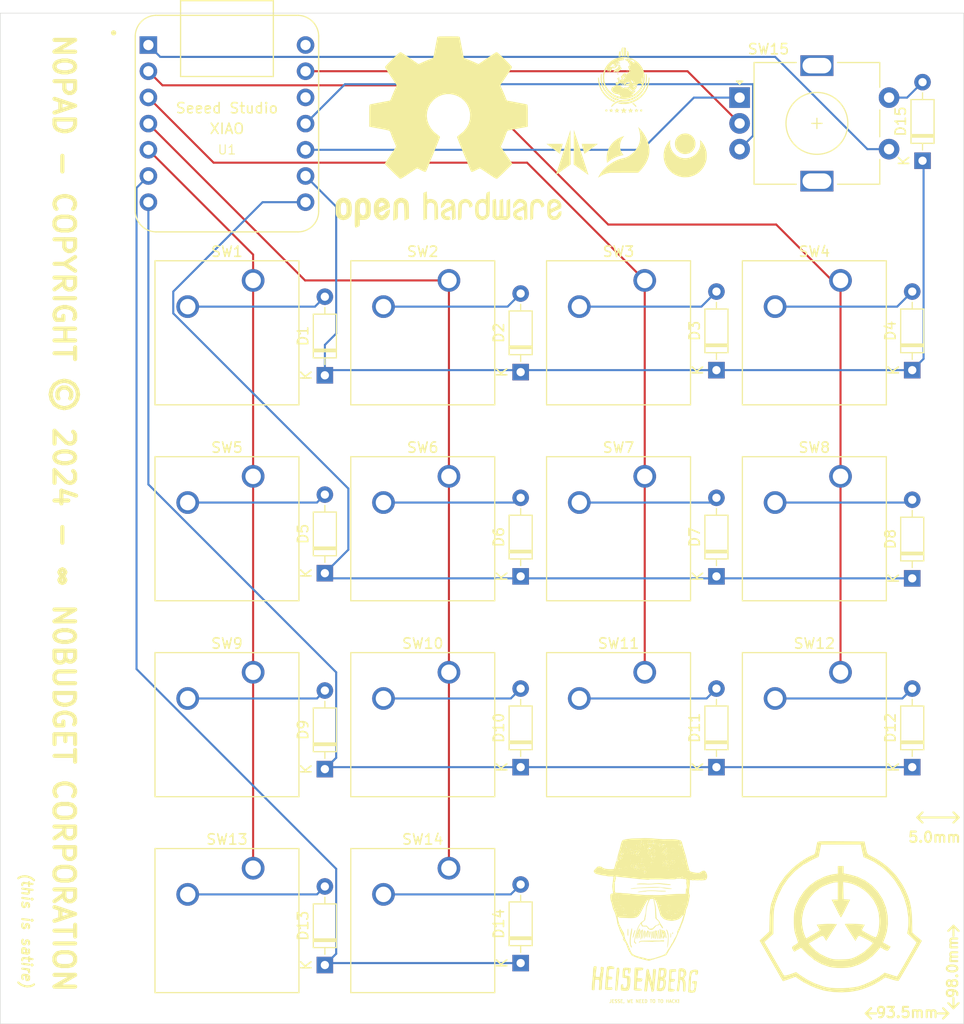
<source format=kicad_pcb>
(kicad_pcb (version 20240108) (generator "pcbnew") (generator_version "8.0")
  (layers (0 "F.Cu" signal) (31 "B.Cu" signal) (34 "B.Paste" user) (35 "F.Paste" user) (36 "B.SilkS" user "B.Silkscreen") (37 "F.SilkS" user "F.Silkscreen") (38 "B.Mask" user) (39 "F.Mask" user) (44 "Edge.Cuts" user))
  (net 0 "")
  (net 1 "ROW0")
  (net 2 "Net-(D1-A)")
  (net 3 "Net-(D2-A)")
  (net 4 "Net-(D3-A)")
  (net 5 "Net-(D4-A)")
  (net 6 "ROW1")
  (net 7 "Net-(D5-A)")
  (net 8 "Net-(D6-A)")
  (net 9 "Net-(D7-A)")
  (net 10 "Net-(D8-A)")
  (net 11 "Net-(D9-A)")
  (net 12 "ROW2")
  (net 13 "Net-(D10-A)")
  (net 14 "Net-(D11-A)")
  (net 15 "Net-(D12-A)")
  (net 16 "ROW3")
  (net 17 "Net-(D13-A)")
  (net 18 "Net-(D14-A)")
  (net 19 "EC11SWA")
  (net 20 "COLUMN0")
  (net 21 "COLUMN1")
  (net 22 "COLUMN2")
  (net 23 "COLUMN3")
  (net 24 "GND")
  (net 25 "EC11A")
  (net 26 "EC11B")
  (net 27 "COLUMN4")
  (footprint "assets:automatons" (layer "F.Cu") (at 158.5 57)
    (property "Reference" "G***" (hide yes))
    (property "Value" "LOGO" (hide yes))
  )
  (footprint "Button_Switch_Keyboard:SW_Cherry_MX_1.00u_PCB" (layer "F.Cu") (at 146.54 126.42)
    (property "Reference" "SW14" (at -2.54 -2.794 0) (layer "F.SilkS"))
    (property "Value" "SW_Push_45deg")
    (pad "" np_thru_hole circle (at -7.62 5.08) (size 1.7 1.7) (drill 1.7) (layers "*.Cu" "*.Mask"))
    (pad "" np_thru_hole circle (at -2.54 5.08) (size 4 4) (drill 4) (layers "*.Cu" "*.Mask"))
    (pad "" np_thru_hole circle (at 2.54 5.08) (size 1.7 1.7) (drill 1.7) (layers "*.Cu" "*.Mask"))
    (pad "1" thru_hole circle (at 0 0) (size 2.2 2.2) (drill 1.5) (layers "*.Cu" "*.Mask") (net 21 "COLUMN1"))
    (pad "2" thru_hole circle (at -6.35 2.54) (size 2.2 2.2) (drill 1.5) (layers "*.Cu" "*.Mask") (net 18 "Net-(D14-A)"))
  )
  (footprint "Diode_THT:D_DO-35_SOD27_P7.62mm_Horizontal" (layer "F.Cu") (at 153.5 135.62 90)
    (property "Reference" "D14" (at 3.81 -2.12 90) (layer "F.SilkS"))
    (property "Value" "D")
    (fp_text user "K" (at 0 -1.8 90) (layer "F.SilkS"))
    (pad "1" thru_hole rect (at 0 0 90) (size 1.6 1.6) (drill 0.8) (layers "*.Cu" "*.Mask") (net 16 "ROW3"))
    (pad "2" thru_hole oval (at 7.62 0 90) (size 1.6 1.6) (drill 0.8) (layers "*.Cu" "*.Mask") (net 18 "Net-(D14-A)"))
  )
  (footprint "Button_Switch_Keyboard:SW_Cherry_MX_1.00u_PCB" (layer "F.Cu") (at 127.54 88.42)
    (property "Reference" "SW5" (at -2.54 -2.794 0) (layer "F.SilkS"))
    (property "Value" "SW_Push_45deg")
    (pad "" np_thru_hole circle (at -7.62 5.08) (size 1.7 1.7) (drill 1.7) (layers "*.Cu" "*.Mask"))
    (pad "" np_thru_hole circle (at -2.54 5.08) (size 4 4) (drill 4) (layers "*.Cu" "*.Mask"))
    (pad "" np_thru_hole circle (at 2.54 5.08) (size 1.7 1.7) (drill 1.7) (layers "*.Cu" "*.Mask"))
    (pad "1" thru_hole circle (at 0 0) (size 2.2 2.2) (drill 1.5) (layers "*.Cu" "*.Mask") (net 20 "COLUMN0"))
    (pad "2" thru_hole circle (at -6.35 2.54) (size 2.2 2.2) (drill 1.5) (layers "*.Cu" "*.Mask") (net 7 "Net-(D5-A)"))
  )
  (footprint "Diode_THT:D_DO-35_SOD27_P7.62mm_Horizontal" (layer "F.Cu") (at 172.5 98.12 90)
    (property "Reference" "D7" (at 3.81 -2.12 90) (layer "F.SilkS"))
    (property "Value" "D")
    (fp_text user "K" (at 0 -1.8 90) (layer "F.SilkS"))
    (pad "1" thru_hole rect (at 0 0 90) (size 1.6 1.6) (drill 0.8) (layers "*.Cu" "*.Mask") (net 6 "ROW1"))
    (pad "2" thru_hole oval (at 7.62 0 90) (size 1.6 1.6) (drill 0.8) (layers "*.Cu" "*.Mask") (net 9 "Net-(D7-A)"))
  )
  (footprint "Diode_THT:D_DO-35_SOD27_P7.62mm_Horizontal" (layer "F.Cu") (at 153.5 78.31 90)
    (property "Reference" "D2" (at 3.81 -2.12 90) (layer "F.SilkS"))
    (property "Value" "D")
    (fp_text user "K" (at 0 -1.8 90) (layer "F.SilkS"))
    (pad "1" thru_hole rect (at 0 0 90) (size 1.6 1.6) (drill 0.8) (layers "*.Cu" "*.Mask") (net 1 "ROW0"))
    (pad "2" thru_hole oval (at 7.62 0 90) (size 1.6 1.6) (drill 0.8) (layers "*.Cu" "*.Mask") (net 3 "Net-(D2-A)"))
  )
  (footprint "Diode_THT:D_DO-35_SOD27_P7.62mm_Horizontal" (layer "F.Cu") (at 153.5 116.62 90)
    (property "Reference" "D10" (at 3.81 -2.12 90) (layer "F.SilkS"))
    (property "Value" "D")
    (fp_text user "K" (at 0 -1.8 90) (layer "F.SilkS"))
    (pad "1" thru_hole rect (at 0 0 90) (size 1.6 1.6) (drill 0.8) (layers "*.Cu" "*.Mask") (net 12 "ROW2"))
    (pad "2" thru_hole oval (at 7.62 0 90) (size 1.6 1.6) (drill 0.8) (layers "*.Cu" "*.Mask") (net 13 "Net-(D10-A)"))
  )
  (footprint "Button_Switch_Keyboard:SW_Cherry_MX_1.00u_PCB" (layer "F.Cu") (at 165.54 107.42)
    (property "Reference" "SW11" (at -2.54 -2.794 0) (layer "F.SilkS"))
    (property "Value" "SW_Push_45deg")
    (pad "" np_thru_hole circle (at -7.62 5.08) (size 1.7 1.7) (drill 1.7) (layers "*.Cu" "*.Mask"))
    (pad "" np_thru_hole circle (at -2.54 5.08) (size 4 4) (drill 4) (layers "*.Cu" "*.Mask"))
    (pad "" np_thru_hole circle (at 2.54 5.08) (size 1.7 1.7) (drill 1.7) (layers "*.Cu" "*.Mask"))
    (pad "1" thru_hole circle (at 0 0) (size 2.2 2.2) (drill 1.5) (layers "*.Cu" "*.Mask") (net 22 "COLUMN2"))
    (pad "2" thru_hole circle (at -6.35 2.54) (size 2.2 2.2) (drill 1.5) (layers "*.Cu" "*.Mask") (net 14 "Net-(D11-A)"))
  )
  (footprint "Button_Switch_Keyboard:SW_Cherry_MX_1.00u_PCB" (layer "F.Cu") (at 127.54 69.42)
    (property "Reference" "SW1" (at -2.54 -2.794 0) (layer "F.SilkS"))
    (property "Value" "SW_Push_45deg")
    (pad "" np_thru_hole circle (at -7.62 5.08) (size 1.7 1.7) (drill 1.7) (layers "*.Cu" "*.Mask"))
    (pad "" np_thru_hole circle (at -2.54 5.08) (size 4 4) (drill 4) (layers "*.Cu" "*.Mask"))
    (pad "" np_thru_hole circle (at 2.54 5.08) (size 1.7 1.7) (drill 1.7) (layers "*.Cu" "*.Mask"))
    (pad "1" thru_hole circle (at 0 0) (size 2.2 2.2) (drill 1.5) (layers "*.Cu" "*.Mask") (net 20 "COLUMN0"))
    (pad "2" thru_hole circle (at -6.35 2.54) (size 2.2 2.2) (drill 1.5) (layers "*.Cu" "*.Mask") (net 2 "Net-(D1-A)"))
  )
  (footprint "Diode_THT:D_DO-35_SOD27_P7.62mm_Horizontal" (layer "F.Cu") (at 172.5 116.62 90)
    (property "Reference" "D11" (at 3.81 -2.12 90) (layer "F.SilkS"))
    (property "Value" "D")
    (fp_text user "K" (at 0 -1.8 90) (layer "F.SilkS"))
    (pad "1" thru_hole rect (at 0 0 90) (size 1.6 1.6) (drill 0.8) (layers "*.Cu" "*.Mask") (net 12 "ROW2"))
    (pad "2" thru_hole oval (at 7.62 0 90) (size 1.6 1.6) (drill 0.8) (layers "*.Cu" "*.Mask") (net 14 "Net-(D11-A)"))
  )
  (footprint "assets:heisenberg-15mm" (layer "F.Cu") (at 166 131)
    (property "Reference" "G***" (hide yes))
    (property "Value" "LOGO" (hide yes))
  )
  (footprint "Button_Switch_Keyboard:SW_Cherry_MX_1.00u_PCB" (layer "F.Cu") (at 165.54 88.42)
    (property "Reference" "SW7" (at -2.54 -2.794 0) (layer "F.SilkS"))
    (property "Value" "SW_Push_45deg")
    (pad "" np_thru_hole circle (at -7.62 5.08) (size 1.7 1.7) (drill 1.7) (layers "*.Cu" "*.Mask"))
    (pad "" np_thru_hole circle (at -2.54 5.08) (size 4 4) (drill 4) (layers "*.Cu" "*.Mask"))
    (pad "" np_thru_hole circle (at 2.54 5.08) (size 1.7 1.7) (drill 1.7) (layers "*.Cu" "*.Mask"))
    (pad "1" thru_hole circle (at 0 0) (size 2.2 2.2) (drill 1.5) (layers "*.Cu" "*.Mask") (net 22 "COLUMN2"))
    (pad "2" thru_hole circle (at -6.35 2.54) (size 2.2 2.2) (drill 1.5) (layers "*.Cu" "*.Mask") (net 9 "Net-(D7-A)"))
  )
  (footprint "Diode_THT:D_DO-35_SOD27_P7.62mm_Horizontal" (layer "F.Cu") (at 191.5 98.31 90)
    (property "Reference" "D8" (at 3.81 -2.12 90) (layer "F.SilkS"))
    (property "Value" "D")
    (fp_text user "K" (at 0 -1.8 90) (layer "F.SilkS"))
    (pad "1" thru_hole rect (at 0 0 90) (size 1.6 1.6) (drill 0.8) (layers "*.Cu" "*.Mask") (net 6 "ROW1"))
    (pad "2" thru_hole oval (at 7.62 0 90) (size 1.6 1.6) (drill 0.8) (layers "*.Cu" "*.Mask") (net 10 "Net-(D8-A)"))
  )
  (footprint "Diode_THT:D_DO-35_SOD27_P7.62mm_Horizontal" (layer "F.Cu") (at 134.5 135.81 90)
    (property "Reference" "D13" (at 3.81 -2.12 90) (layer "F.SilkS"))
    (property "Value" "D")
    (fp_text user "K" (at 0 -1.8 90) (layer "F.SilkS"))
    (pad "1" thru_hole rect (at 0 0 90) (size 1.6 1.6) (drill 0.8) (layers "*.Cu" "*.Mask") (net 16 "ROW3"))
    (pad "2" thru_hole oval (at 7.62 0 90) (size 1.6 1.6) (drill 0.8) (layers "*.Cu" "*.Mask") (net 17 "Net-(D13-A)"))
  )
  (footprint "Seeed Studio XIAO Series Library:XIAO-Generic-Thruhole-14P-2.54-21X17.8MM" (layer "F.Cu") (at 125 54.212015)
    (property "Reference" "U1" (at 0 2.54 0) (layer "F.SilkS") (effects (font (size 0.889 0.889) (thickness 0.1016))))
    (property "Value" "Seeed Studio XIAO RP2040" (hide yes))
    (fp_text user "XIAO" (at 0 0.5 0) (layer "F.SilkS"))
    (fp_text user "Seeed Studio" (at 0 -1.5 0) (layer "F.SilkS"))
    (pad "1" thru_hole rect (at -7.625 -7.62) (size 1.7 1.7) (drill 1) (layers "*.Cu" "*.Mask") (net 27 "COLUMN4"))
    (pad "2" thru_hole circle (at -7.625 -5.08) (size 1.7 1.7) (drill 1) (layers "*.Cu" "*.Mask") (net 23 "COLUMN3"))
    (pad "3" thru_hole circle (at -7.625 -2.54) (size 1.7 1.7) (drill 1) (layers "*.Cu" "*.Mask") (net 22 "COLUMN2"))
    (pad "4" thru_hole circle (at -7.625 0) (size 1.7 1.7) (drill 1) (layers "*.Cu" "*.Mask") (net 21 "COLUMN1"))
    (pad "5" thru_hole circle (at -7.625 2.54) (size 1.7 1.7) (drill 1) (layers "*.Cu" "*.Mask") (net 20 "COLUMN0"))
    (pad "6" thru_hole circle (at -7.625 5.08 180) (size 1.7 1.7) (drill 1) (layers "*.Cu" "*.Mask") (net 16 "ROW3"))
    (pad "7" thru_hole circle (at -7.625 7.62) (size 1.7 1.7) (drill 1) (layers "*.Cu" "*.Mask") (net 12 "ROW2"))
    (pad "8" thru_hole circle (at 7.625 7.62) (size 1.7 1.7) (drill 1) (layers "*.Cu" "*.Mask") (net 6 "ROW1"))
    (pad "9" thru_hole circle (at 7.625 5.08) (size 1.7 1.7) (drill 1) (layers "*.Cu" "*.Mask") (net 1 "ROW0"))
    (pad "10" thru_hole circle (at 7.625 2.54) (size 1.7 1.7) (drill 1) (layers "*.Cu" "*.Mask") (net 25 "EC11A"))
    (pad "11" thru_hole circle (at 7.625 0) (size 1.7 1.7) (drill 1) (layers "*.Cu" "*.Mask") (net 26 "EC11B"))
    (pad "12" thru_hole circle (at 7.625 -2.54) (size 1.7 1.7) (drill 1) (layers "*.Cu" "*.Mask"))
    (pad "13" thru_hole circle (at 7.625 -5.08) (size 1.7 1.7) (drill 1) (layers "*.Cu" "*.Mask") (net 24 "GND"))
    (pad "14" thru_hole circle (at 7.625 -7.62) (size 1.7 1.7) (drill 1) (layers "*.Cu" "*.Mask"))
  )
  (footprint "Diode_THT:D_DO-35_SOD27_P7.62mm_Horizontal" (layer "F.Cu") (at 192.5 57.81 90)
    (property "Reference" "D15" (at 3.81 -2.12 90) (layer "F.SilkS"))
    (property "Value" "D")
    (fp_text user "K" (at 0 -1.8 90) (layer "F.SilkS"))
    (pad "1" thru_hole rect (at 0 0 90) (size 1.6 1.6) (drill 0.8) (layers "*.Cu" "*.Mask") (net 1 "ROW0"))
    (pad "2" thru_hole oval (at 7.62 0 90) (size 1.6 1.6) (drill 0.8) (layers "*.Cu" "*.Mask") (net 19 "EC11SWA"))
  )
  (footprint "Diode_THT:D_DO-35_SOD27_P7.62mm_Horizontal" (layer "F.Cu") (at 153.5 98.12 90)
    (property "Reference" "D6" (at 3.81 -2.12 90) (layer "F.SilkS"))
    (property "Value" "D")
    (fp_text user "K" (at 0 -1.8 90) (layer "F.SilkS"))
    (pad "1" thru_hole rect (at 0 0 90) (size 1.6 1.6) (drill 0.8) (layers "*.Cu" "*.Mask") (net 6 "ROW1"))
    (pad "2" thru_hole oval (at 7.62 0 90) (size 1.6 1.6) (drill 0.8) (layers "*.Cu" "*.Mask") (net 8 "Net-(D6-A)"))
  )
  (footprint "Button_Switch_Keyboard:SW_Cherry_MX_1.00u_PCB" (layer "F.Cu") (at 127.54 126.42)
    (property "Reference" "SW13" (at -2.54 -2.794 0) (layer "F.SilkS"))
    (property "Value" "SW_Push_45deg")
    (pad "" np_thru_hole circle (at -7.62 5.08) (size 1.7 1.7) (drill 1.7) (layers "*.Cu" "*.Mask"))
    (pad "" np_thru_hole circle (at -2.54 5.08) (size 4 4) (drill 4) (layers "*.Cu" "*.Mask"))
    (pad "" np_thru_hole circle (at 2.54 5.08) (size 1.7 1.7) (drill 1.7) (layers "*.Cu" "*.Mask"))
    (pad "1" thru_hole circle (at 0 0) (size 2.2 2.2) (drill 1.5) (layers "*.Cu" "*.Mask") (net 20 "COLUMN0"))
    (pad "2" thru_hole circle (at -6.35 2.54) (size 2.2 2.2) (drill 1.5) (layers "*.Cu" "*.Mask") (net 17 "Net-(D13-A)"))
  )
  (footprint "assets:illuminate" (layer "F.Cu") (at 169.5 57.5)
    (property "Reference" "G***" (hide yes))
    (property "Value" "LOGO" (hide yes))
  )
  (footprint "Button_Switch_Keyboard:SW_Cherry_MX_1.00u_PCB" (layer "F.Cu") (at 184.54 88.42)
    (property "Reference" "SW8" (at -2.54 -2.794 0) (layer "F.SilkS"))
    (property "Value" "SW_Push_45deg")
    (pad "" np_thru_hole circle (at -7.62 5.08) (size 1.7 1.7) (drill 1.7) (layers "*.Cu" "*.Mask"))
    (pad "" np_thru_hole circle (at -2.54 5.08) (size 4 4) (drill 4) (layers "*.Cu" "*.Mask"))
    (pad "" np_thru_hole circle (at 2.54 5.08) (size 1.7 1.7) (drill 1.7) (layers "*.Cu" "*.Mask"))
    (pad "1" thru_hole circle (at 0 0) (size 2.2 2.2) (drill 1.5) (layers "*.Cu" "*.Mask") (net 23 "COLUMN3"))
    (pad "2" thru_hole circle (at -6.35 2.54) (size 2.2 2.2) (drill 1.5) (layers "*.Cu" "*.Mask") (net 10 "Net-(D8-A)"))
  )
  (footprint "Button_Switch_Keyboard:SW_Cherry_MX_1.00u_PCB" (layer "F.Cu") (at 127.54 107.42)
    (property "Reference" "SW9" (at -2.54 -2.794 0) (layer "F.SilkS"))
    (property "Value" "SW_Push_45deg")
    (pad "" np_thru_hole circle (at -7.62 5.08) (size 1.7 1.7) (drill 1.7) (layers "*.Cu" "*.Mask"))
    (pad "" np_thru_hole circle (at -2.54 5.08) (size 4 4) (drill 4) (layers "*.Cu" "*.Mask"))
    (pad "" np_thru_hole circle (at 2.54 5.08) (size 1.7 1.7) (drill 1.7) (layers "*.Cu" "*.Mask"))
    (pad "1" thru_hole circle (at 0 0) (size 2.2 2.2) (drill 1.5) (layers "*.Cu" "*.Mask") (net 20 "COLUMN0"))
    (pad "2" thru_hole circle (at -6.35 2.54) (size 2.2 2.2) (drill 1.5) (layers "*.Cu" "*.Mask") (net 11 "Net-(D9-A)"))
  )
  (footprint "Diode_THT:D_DO-35_SOD27_P7.62mm_Horizontal" (layer "F.Cu") (at 134.5 78.62 90)
    (property "Reference" "D1" (at 3.81 -2.12 90) (layer "F.SilkS"))
    (property "Value" "D")
    (fp_text user "K" (at 0 -1.8 90) (layer "F.SilkS"))
    (pad "1" thru_hole rect (at 0 0 90) (size 1.6 1.6) (drill 0.8) (layers "*.Cu" "*.Mask") (net 1 "ROW0"))
    (pad "2" thru_hole oval (at 7.62 0 90) (size 1.6 1.6) (drill 0.8) (layers "*.Cu" "*.Mask") (net 2 "Net-(D1-A)"))
  )
  (footprint "Button_Switch_Keyboard:SW_Cherry_MX_1.00u_PCB" (layer "F.Cu") (at 146.54 88.42)
    (property "Reference" "SW6" (at -2.54 -2.794 0) (layer "F.SilkS"))
    (property "Value" "SW_Push_45deg")
    (pad "" np_thru_hole circle (at -7.62 5.08) (size 1.7 1.7) (drill 1.7) (layers "*.Cu" "*.Mask"))
    (pad "" np_thru_hole circle (at -2.54 5.08) (size 4 4) (drill 4) (layers "*.Cu" "*.Mask"))
    (pad "" np_thru_hole circle (at 2.54 5.08) (size 1.7 1.7) (drill 1.7) (layers "*.Cu" "*.Mask"))
    (pad "1" thru_hole circle (at 0 0) (size 2.2 2.2) (drill 1.5) (layers "*.Cu" "*.Mask") (net 21 "COLUMN1"))
    (pad "2" thru_hole circle (at -6.35 2.54) (size 2.2 2.2) (drill 1.5) (layers "*.Cu" "*.Mask") (net 8 "Net-(D6-A)"))
  )
  (footprint "assets:scp" (layer "F.Cu") (at 184.5 131.5)
    (property "Reference" "G***" (hide yes))
    (property "Value" "LOGO" (hide yes))
  )
  (footprint "Diode_THT:D_DO-35_SOD27_P7.62mm_Horizontal" (layer "F.Cu") (at 172.5 78.12 90)
    (property "Reference" "D3" (at 3.81 -2.12 90) (layer "F.SilkS"))
    (property "Value" "D")
    (fp_text user "K" (at 0 -1.8 90) (layer "F.SilkS"))
    (pad "1" thru_hole rect (at 0 0 90) (size 1.6 1.6) (drill 0.8) (layers "*.Cu" "*.Mask") (net 1 "ROW0"))
    (pad "2" thru_hole oval (at 7.62 0 90) (size 1.6 1.6) (drill 0.8) (layers "*.Cu" "*.Mask") (net 4 "Net-(D3-A)"))
  )
  (footprint "Button_Switch_Keyboard:SW_Cherry_MX_1.00u_PCB" (layer "F.Cu") (at 165.54 69.42)
    (property "Reference" "SW3" (at -2.54 -2.794 0) (layer "F.SilkS"))
    (property "Value" "SW_Push_45deg")
    (pad "" np_thru_hole circle (at -7.62 5.08) (size 1.7 1.7) (drill 1.7) (layers "*.Cu" "*.Mask"))
    (pad "" np_thru_hole circle (at -2.54 5.08) (size 4 4) (drill 4) (layers "*.Cu" "*.Mask"))
    (pad "" np_thru_hole circle (at 2.54 5.08) (size 1.7 1.7) (drill 1.7) (layers "*.Cu" "*.Mask"))
    (pad "1" thru_hole circle (at 0 0) (size 2.2 2.2) (drill 1.5) (layers "*.Cu" "*.Mask") (net 22 "COLUMN2"))
    (pad "2" thru_hole circle (at -6.35 2.54) (size 2.2 2.2) (drill 1.5) (layers "*.Cu" "*.Mask") (net 4 "Net-(D3-A)"))
  )
  (footprint "assets:super-earth" (layer "F.Cu") (at 163.5 50)
    (property "Reference" "G***" (hide yes))
    (property "Value" "LOGO" (hide yes))
  )
  (footprint "Button_Switch_Keyboard:SW_Cherry_MX_1.00u_PCB" (layer "F.Cu") (at 184.54 107.42)
    (property "Reference" "SW12" (at -2.54 -2.794 0) (layer "F.SilkS"))
    (property "Value" "SW_Push_45deg")
    (pad "" np_thru_hole circle (at -7.62 5.08) (size 1.7 1.7) (drill 1.7) (layers "*.Cu" "*.Mask"))
    (pad "" np_thru_hole circle (at -2.54 5.08) (size 4 4) (drill 4) (layers "*.Cu" "*.Mask"))
    (pad "" np_thru_hole circle (at 2.54 5.08) (size 1.7 1.7) (drill 1.7) (layers "*.Cu" "*.Mask"))
    (pad "1" thru_hole circle (at 0 0) (size 2.2 2.2) (drill 1.5) (layers "*.Cu" "*.Mask") (net 23 "COLUMN3"))
    (pad "2" thru_hole circle (at -6.35 2.54) (size 2.2 2.2) (drill 1.5) (layers "*.Cu" "*.Mask") (net 15 "Net-(D12-A)"))
  )
  (footprint "Diode_THT:D_DO-35_SOD27_P7.62mm_Horizontal" (layer "F.Cu") (at 191.5 116.62 90)
    (property "Reference" "D12" (at 3.81 -2.12 90) (layer "F.SilkS"))
    (property "Value" "D")
    (fp_text user "K" (at 0 -1.8 90) (layer "F.SilkS"))
    (pad "1" thru_hole rect (at 0 0 90) (size 1.6 1.6) (drill 0.8) (layers "*.Cu" "*.Mask") (net 12 "ROW2"))
    (pad "2" thru_hole oval (at 7.62 0 90) (size 1.6 1.6) (drill 0.8) (layers "*.Cu" "*.Mask") (net 15 "Net-(D12-A)"))
  )
  (footprint "Diode_THT:D_DO-35_SOD27_P7.62mm_Horizontal" (layer "F.Cu") (at 134.5 97.81 90)
    (property "Reference" "D5" (at 3.81 -2.12 90) (layer "F.SilkS"))
    (property "Value" "D")
    (fp_text user "K" (at 0 -1.8 90) (layer "F.SilkS"))
    (pad "1" thru_hole rect (at 0 0 90) (size 1.6 1.6) (drill 0.8) (layers "*.Cu" "*.Mask") (net 6 "ROW1"))
    (pad "2" thru_hole oval (at 7.62 0 90) (size 1.6 1.6) (drill 0.8) (layers "*.Cu" "*.Mask") (net 7 "Net-(D5-A)"))
  )
  (footprint "Symbol:OSHW-Logo2_24.3x20mm_SilkScreen" (layer "F.Cu") (at 146.5 55)
    (property "Reference" "REF**" (hide yes))
    (property "Value" "OSHW-Logo2_24.3x20mm_SilkScreen" (hide yes))
  )
  (footprint "assets:terminids" (layer "F.Cu") (at 163.5 57)
    (property "Reference" "G***" (hide yes))
    (property "Value" "LOGO" (hide yes))
  )
  (footprint "Rotary_Encoder:RotaryEncoder_Alps_EC11E-Switch_Vertical_H20mm" (layer "F.Cu") (at 174.75 51.69)
    (property "Reference" "SW15" (at 2.8 -4.7 0) (layer "F.SilkS"))
    (property "Value" "RotaryEncoder_Switch")
    (pad "A" thru_hole rect (at 0 0) (size 2 2) (drill 1) (layers "*.Cu" "*.Mask") (net 25 "EC11A"))
    (pad "B" thru_hole circle (at 0 5) (size 2 2) (drill 1) (layers "*.Cu" "*.Mask") (net 26 "EC11B"))
    (pad "C" thru_hole circle (at 0 2.5) (size 2 2) (drill 1) (layers "*.Cu" "*.Mask") (net 24 "GND"))
    (pad "MP" thru_hole rect (at 7.5 -3.1) (size 3.2 2) (drill oval 2.8 1.5) (layers "*.Cu" "*.Mask"))
    (pad "MP" thru_hole rect (at 7.5 8.1) (size 3.2 2) (drill oval 2.8 1.5) (layers "*.Cu" "*.Mask"))
    (pad "S1" thru_hole circle (at 14.5 5) (size 2 2) (drill 1) (layers "*.Cu" "*.Mask") (net 27 "COLUMN4"))
    (pad "S2" thru_hole circle (at 14.5 0) (size 2 2) (drill 1) (layers "*.Cu" "*.Mask") (net 19 "EC11SWA"))
  )
  (footprint "Button_Switch_Keyboard:SW_Cherry_MX_1.00u_PCB" (layer "F.Cu") (at 146.54 107.42)
    (property "Reference" "SW10" (at -2.54 -2.794 0) (layer "F.SilkS"))
    (property "Value" "SW_Push_45deg")
    (pad "" np_thru_hole circle (at -7.62 5.08) (size 1.7 1.7) (drill 1.7) (layers "*.Cu" "*.Mask"))
    (pad "" np_thru_hole circle (at -2.54 5.08) (size 4 4) (drill 4) (layers "*.Cu" "*.Mask"))
    (pad "" np_thru_hole circle (at 2.54 5.08) (size 1.7 1.7) (drill 1.7) (layers "*.Cu" "*.Mask"))
    (pad "1" thru_hole circle (at 0 0) (size 2.2 2.2) (drill 1.5) (layers "*.Cu" "*.Mask") (net 21 "COLUMN1"))
    (pad "2" thru_hole circle (at -6.35 2.54) (size 2.2 2.2) (drill 1.5) (layers "*.Cu" "*.Mask") (net 13 "Net-(D10-A)"))
  )
  (footprint "Button_Switch_Keyboard:SW_Cherry_MX_1.00u_PCB" (layer "F.Cu") (at 184.54 69.42)
    (property "Reference" "SW4" (at -2.54 -2.794 0) (layer "F.SilkS"))
    (property "Value" "SW_Push_45deg")
    (pad "" np_thru_hole circle (at -7.62 5.08) (size 1.7 1.7) (drill 1.7) (layers "*.Cu" "*.Mask"))
    (pad "" np_thru_hole circle (at -2.54 5.08) (size 4 4) (drill 4) (layers "*.Cu" "*.Mask"))
    (pad "" np_thru_hole circle (at 2.54 5.08) (size 1.7 1.7) (drill 1.7) (layers "*.Cu" "*.Mask"))
    (pad "1" thru_hole circle (at 0 0) (size 2.2 2.2) (drill 1.5) (layers "*.Cu" "*.Mask") (net 23 "COLUMN3"))
    (pad "2" thru_hole circle (at -6.35 2.54) (size 2.2 2.2) (drill 1.5) (layers "*.Cu" "*.Mask") (net 5 "Net-(D4-A)"))
  )
  (footprint "Button_Switch_Keyboard:SW_Cherry_MX_1.00u_PCB" (layer "F.Cu") (at 146.54 69.42)
    (property "Reference" "SW2" (at -2.54 -2.794 0) (layer "F.SilkS"))
    (property "Value" "SW_Push_45deg")
    (pad "" np_thru_hole circle (at -7.62 5.08) (size 1.7 1.7) (drill 1.7) (layers "*.Cu" "*.Mask"))
    (pad "" np_thru_hole circle (at -2.54 5.08) (size 4 4) (drill 4) (layers "*.Cu" "*.Mask"))
    (pad "" np_thru_hole circle (at 2.54 5.08) (size 1.7 1.7) (drill 1.7) (layers "*.Cu" "*.Mask"))
    (pad "1" thru_hole circle (at 0 0) (size 2.2 2.2) (drill 1.5) (layers "*.Cu" "*.Mask") (net 21 "COLUMN1"))
    (pad "2" thru_hole circle (at -6.35 2.54) (size 2.2 2.2) (drill 1.5) (layers "*.Cu" "*.Mask") (net 3 "Net-(D2-A)"))
  )
  (footprint "Diode_THT:D_DO-35_SOD27_P7.62mm_Horizontal" (layer "F.Cu") (at 134.5 116.81 90)
    (property "Reference" "D9" (at 3.81 -2.12 90) (layer "F.SilkS"))
    (property "Value" "D")
    (fp_text user "K" (at 0 -1.8 90) (layer "F.SilkS"))
    (pad "1" thru_hole rect (at 0 0 90) (size 1.6 1.6) (drill 0.8) (layers "*.Cu" "*.Mask") (net 12 "ROW2"))
    (pad "2" thru_hole oval (at 7.62 0 90) (size 1.6 1.6) (drill 0.8) (layers "*.Cu" "*.Mask") (net 11 "Net-(D9-A)"))
  )
  (footprint "Diode_THT:D_DO-35_SOD27_P7.62mm_Horizontal" (layer "F.Cu") (at 191.5 78.12 90)
    (property "Reference" "D4" (at 3.81 -2.12 90) (layer "F.SilkS"))
    (property "Value" "D")
    (fp_text user "K" (at 0 -1.8 90) (layer "F.SilkS"))
    (pad "1" thru_hole rect (at 0 0 90) (size 1.6 1.6) (drill 0.8) (layers "*.Cu" "*.Mask") (net 1 "ROW0"))
    (pad "2" thru_hole oval (at 7.62 0 90) (size 1.6 1.6) (drill 0.8) (layers "*.Cu" "*.Mask") (net 5 "Net-(D4-A)"))
  )
  (gr_line (start 195.5 132) (end 195 132.5) (stroke (width 0.2)) (layer "F.SilkS"))
  (gr_line (start 192 121.5) (end 192.5 121) (stroke (width 0.2)) (layer "F.SilkS"))
  (gr_line (start 195.5 139) (end 195.5 140) (stroke (width 0.2)) (layer "F.SilkS"))
  (gr_line (start 195 140.5) (end 194.5 140) (stroke (width 0.2)) (layer "F.SilkS"))
  (gr_line (start 187 140.5) (end 187.5 140) (stroke (width 0.2)) (layer "F.SilkS"))
  (gr_line (start 195.5 140) (end 195 139.5) (stroke (width 0.2)) (layer "F.SilkS"))
  (gr_line (start 194 140.5) (end 195 140.5) (stroke (width 0.2)) (layer "F.SilkS"))
  (gr_line (start 188 140.5) (end 187 140.5) (stroke (width 0.2)) (layer "F.SilkS"))
  (gr_line (start 187 140.5) (end 187.5 141) (stroke (width 0.2)) (layer "F.SilkS"))
  (gr_line (start 196 121.5) (end 195.5 121) (stroke (width 0.2)) (layer "F.SilkS"))
  (gr_line (start 195 140.5) (end 194.5 141) (stroke (width 0.2)) (layer "F.SilkS"))
  (gr_line (start 192 121.5) (end 192.5 122) (stroke (width 0.2)) (layer "F.SilkS"))
  (gr_line (start 195.5 140) (end 196 139.5) (stroke (width 0.2)) (layer "F.SilkS"))
  (gr_line (start 187.5 140) (end 187 140.5) (stroke (width 0.2)) (layer "F.SilkS"))
  (gr_line (start 192 121.5) (end 196 121.5) (stroke (width 0.2)) (layer "F.SilkS"))
  (gr_line (start 196 121.5) (end 195.5 122) (stroke (width 0.2)) (layer "F.SilkS"))
  (gr_line (start 195.5 132) (end 196 132.5) (stroke (width 0.2)) (layer "F.SilkS"))
  (gr_line (start 195.5 133) (end 195.5 132) (stroke (width 0.2)) (layer "F.SilkS"))
  (gr_rect (start 103 43.5) (end 196.5 141.5) (stroke (width 0.05)) (fill none) (layer "Edge.Cuts"))
  (gr_text "N0PAD - COPYRIGHT © 2024 - ∞ N0BUDGET CORPORATION" (at 108 92 270) (layer "F.SilkS") (effects (font (size 2 2) (thickness 0.4) (bold yes)) (justify bottom)))
  (gr_text "93.5mm" (at 191 141 0) (layer "F.SilkS") (effects (font (size 1 1) (thickness 0.2) (bold yes)) (justify bottom)))
  (gr_text "5.0mm" (at 191 124 0) (layer "F.SilkS") (effects (font (size 1 1) (thickness 0.2) (bold yes)) (justify left bottom)))
  (gr_text "98.0mm" (at 196 136 90) (layer "F.SilkS") (effects (font (size 1 1) (thickness 0.2) (bold yes)) (justify bottom)))
  (gr_text "JESSE, WE NEED TO TO HACK!" (at 165.5 139.5 0) (layer "F.SilkS") (effects (font (size 0.3 0.3) (thickness 0.065) (bold yes)) (justify bottom)))
  (gr_text "(this is satire)" (at 105 132.5 270) (layer "F.SilkS") (effects (font (size 1 1) (thickness 0.2) (bold yes) (italic yes)) (justify bottom)))
  (segment (start 191.5 78.12) (end 135 78.12) (width 0.2) (layer "B.Cu") (net 1))
  (segment (start 134.5 75.670101) (end 135.6 74.570101) (width 0.2) (layer "B.Cu") (net 1))
  (segment (start 134.5 78.62) (end 134.5 75.670101) (width 0.2) (layer "B.Cu") (net 1))
  (segment (start 135.6 62.267015) (end 132.625 59.292015) (width 0.2) (layer "B.Cu") (net 1))
  (segment (start 192.6 77.02) (end 191.5 78.12) (width 0.2) (layer "B.Cu") (net 1))
  (segment (start 135 78.12) (end 134.5 78.62) (width 0.2) (layer "B.Cu") (net 1))
  (segment (start 192.5 57.81) (end 192.6 57.91) (width 0.2) (layer "B.Cu") (net 1))
  (segment (start 192.6 57.91) (end 192.6 77.02) (width 0.2) (layer "B.Cu") (net 1))
  (segment (start 135.6 74.570101) (end 135.6 62.267015) (width 0.2) (layer "B.Cu") (net 1))
  (segment (start 133.54 71.96) (end 134.5 71) (width 0.2) (layer "B.Cu") (net 2))
  (segment (start 121.19 71.96) (end 133.54 71.96) (width 0.2) (layer "B.Cu") (net 2))
  (segment (start 140.19 71.96) (end 152.23 71.96) (width 0.2) (layer "B.Cu") (net 3))
  (segment (start 152.23 71.96) (end 153.5 70.69) (width 0.2) (layer "B.Cu") (net 3))
  (segment (start 171.04 71.96) (end 172.5 70.5) (width 0.2) (layer "B.Cu") (net 4))
  (segment (start 159.19 71.96) (end 171.04 71.96) (width 0.2) (layer "B.Cu") (net 4))
  (segment (start 178.19 71.96) (end 190.04 71.96) (width 0.2) (layer "B.Cu") (net 5))
  (segment (start 190.04 71.96) (end 191.5 70.5) (width 0.2) (layer "B.Cu") (net 5))
  (segment (start 119.79 72.613402) (end 119.79 70.500669) (width 0.2) (layer "B.Cu") (net 6))
  (segment (start 135 98.31) (end 134.5 97.81) (width 0.2) (layer "B.Cu") (net 6))
  (segment (start 119.79 70.500669) (end 128.458654 61.832015) (width 0.2) (layer "B.Cu") (net 6))
  (segment (start 134.5 97.81) (end 136.78 95.53) (width 0.2) (layer "B.Cu") (net 6))
  (segment (start 128.458654 61.832015) (end 132.625 61.832015) (width 0.2) (layer "B.Cu") (net 6))
  (segment (start 136.78 95.53) (end 136.78 89.603402) (width 0.2) (layer "B.Cu") (net 6))
  (segment (start 191.5 98.31) (end 135 98.31) (width 0.2) (layer "B.Cu") (net 6))
  (segment (start 136.78 89.603402) (end 119.79 72.613402) (width 0.2) (layer "B.Cu") (net 6))
  (segment (start 121.19 90.96) (end 133.73 90.96) (width 0.2) (layer "B.Cu") (net 7))
  (segment (start 133.73 90.96) (end 134.5 90.19) (width 0.2) (layer "B.Cu") (net 7))
  (segment (start 153.04 90.96) (end 153.5 90.5) (width 0.2) (layer "B.Cu") (net 8))
  (segment (start 140.19 90.96) (end 153.04 90.96) (width 0.2) (layer "B.Cu") (net 8))
  (segment (start 159.19 90.96) (end 172.04 90.96) (width 0.2) (layer "B.Cu") (net 9))
  (segment (start 172.04 90.96) (end 172.5 90.5) (width 0.2) (layer "B.Cu") (net 9))
  (segment (start 178.19 90.96) (end 191.23 90.96) (width 0.2) (layer "B.Cu") (net 10))
  (segment (start 191.23 90.96) (end 191.5 90.69) (width 0.2) (layer "B.Cu") (net 10))
  (segment (start 133.73 109.96) (end 134.5 109.19) (width 0.2) (layer "B.Cu") (net 11))
  (segment (start 121.19 109.96) (end 133.73 109.96) (width 0.2) (layer "B.Cu") (net 11))
  (segment (start 135.6 107.423402) (end 117.375 89.198402) (width 0.2) (layer "B.Cu") (net 12))
  (segment (start 135.6 115.71) (end 135.6 107.423402) (width 0.2) (layer "B.Cu") (net 12))
  (segment (start 134.5 116.81) (end 135.6 115.71) (width 0.2) (layer "B.Cu") (net 12))
  (segment (start 134.69 116.62) (end 134.5 116.81) (width 0.2) (layer "B.Cu") (net 12))
  (segment (start 117.375 89.198402) (end 117.375 61.832015) (width 0.2) (layer "B.Cu") (net 12))
  (segment (start 191.5 116.62) (end 134.69 116.62) (width 0.2) (layer "B.Cu") (net 12))
  (segment (start 140.19 109.96) (end 152.54 109.96) (width 0.2) (layer "B.Cu") (net 13))
  (segment (start 152.54 109.96) (end 153.5 109) (width 0.2) (layer "B.Cu") (net 13))
  (segment (start 171.54 109.96) (end 172.5 109) (width 0.2) (layer "B.Cu") (net 14))
  (segment (start 159.19 109.96) (end 171.54 109.96) (width 0.2) (layer "B.Cu") (net 14))
  (segment (start 190.54 109.96) (end 191.5 109) (width 0.2) (layer "B.Cu") (net 15))
  (segment (start 178.19 109.96) (end 190.54 109.96) (width 0.2) (layer "B.Cu") (net 15))
  (segment (start 135.6 134.71) (end 135.6 126.482944) (width 0.2) (layer "B.Cu") (net 16))
  (segment (start 134.5 135.81) (end 135.6 134.71) (width 0.2) (layer "B.Cu") (net 16))
  (segment (start 134.69 135.62) (end 134.5 135.81) (width 0.2) (layer "B.Cu") (net 16))
  (segment (start 116.225 107.107944) (end 116.225 60.442015) (width 0.2) (layer "B.Cu") (net 16))
  (segment (start 116.225 60.442015) (end 117.375 59.292015) (width 0.2) (layer "B.Cu") (net 16))
  (segment (start 153.5 135.62) (end 134.69 135.62) (width 0.2) (layer "B.Cu") (net 16))
  (segment (start 135.6 126.482944) (end 116.225 107.107944) (width 0.2) (layer "B.Cu") (net 16))
  (segment (start 121.19 128.96) (end 133.73 128.96) (width 0.2) (layer "B.Cu") (net 17))
  (segment (start 133.73 128.96) (end 134.5 128.19) (width 0.2) (layer "B.Cu") (net 17))
  (segment (start 140.19 128.96) (end 152.54 128.96) (width 0.2) (layer "B.Cu") (net 18))
  (segment (start 152.54 128.96) (end 153.5 128) (width 0.2) (layer "B.Cu") (net 18))
  (segment (start 191 51.69) (end 192.5 50.19) (width 0.2) (layer "B.Cu") (net 19))
  (segment (start 189.25 51.69) (end 191 51.69) (width 0.2) (layer "B.Cu") (net 19))
  (segment (start 127.54 66.917015) (end 117.375 56.752015) (width 0.2) (layer "F.Cu") (net 20))
  (segment (start 127.54 126.42) (end 127.54 66.917015) (width 0.2) (layer "F.Cu") (net 20))
  (segment (start 132.582985 69.42) (end 117.375 54.212015) (width 0.2) (layer "F.Cu") (net 21))
  (segment (start 146.54 126.42) (end 146.54 69.42) (width 0.2) (layer "F.Cu") (net 21))
  (segment (start 146.54 69.42) (end 132.582985 69.42) (width 0.2) (layer "F.Cu") (net 21))
  (segment (start 123.702985 58) (end 117.375 51.672015) (width 0.2) (layer "F.Cu") (net 22))
  (segment (start 165.54 69.42) (end 154.12 58) (width 0.2) (layer "F.Cu") (net 22))
  (segment (start 154.12 58) (end 123.702985 58) (width 0.2) (layer "F.Cu") (net 22))
  (segment (start 165.54 107.42) (end 165.54 69.42) (width 0.2) (layer "F.Cu") (net 22))
  (segment (start 162 64) (end 148.5 50.5) (width 0.2) (layer "F.Cu") (net 23))
  (segment (start 118.742985 50.5) (end 117.375 49.132015) (width 0.2) (layer "F.Cu") (net 23))
  (segment (start 148.5 50.5) (end 118.742985 50.5) (width 0.2) (layer "F.Cu") (net 23))
  (segment (start 184.54 69.42) (end 183.719899 69.42) (width 0.2) (layer "F.Cu") (net 23))
  (segment (start 183.719899 69.42) (end 178.299899 64) (width 0.2) (layer "F.Cu") (net 23))
  (segment (start 178.299899 64) (end 162 64) (width 0.2) (layer "F.Cu") (net 23))
  (segment (start 184.54 107.42) (end 184.54 69.42) (width 0.2) (layer "F.Cu") (net 23))
  (segment (start 174.75 54.19) (end 169.692015 49.132015) (width 0.2) (layer "F.Cu") (net 24))
  (segment (start 169.692015 49.132015) (end 132.625 49.132015) (width 0.2) (layer "F.Cu") (net 24))
  (segment (start 165.247985 56.752015) (end 132.625 56.752015) (width 0.2) (layer "B.Cu") (net 25))
  (segment (start 170.31 51.69) (end 165.247985 56.752015) (width 0.2) (layer "B.Cu") (net 25))
  (segment (start 174.75 51.69) (end 170.31 51.69) (width 0.2) (layer "B.Cu") (net 25))
  (segment (start 136.447015 50.39) (end 132.625 54.212015) (width 0.2) (layer "B.Cu") (net 26))
  (segment (start 176.05 50.39) (end 136.447015 50.39) (width 0.2) (layer "B.Cu") (net 26))
  (segment (start 176.05 55.39) (end 176.05 50.39) (width 0.2) (layer "B.Cu") (net 26))
  (segment (start 174.75 56.69) (end 176.05 55.39) (width 0.2) (layer "B.Cu") (net 26))
  (segment (start 178.202015 47.742015) (end 118.525 47.742015) (width 0.2) (layer "B.Cu") (net 27))
  (segment (start 187.15 56.69) (end 178.202015 47.742015) (width 0.2) (layer "B.Cu") (net 27))
  (segment (start 118.525 47.742015) (end 117.375 46.592015) (width 0.2) (layer "B.Cu") (net 27))
  (segment (start 189.25 56.69) (end 187.15 56.69) (width 0.2) (layer "B.Cu") (net 27))
)
</source>
